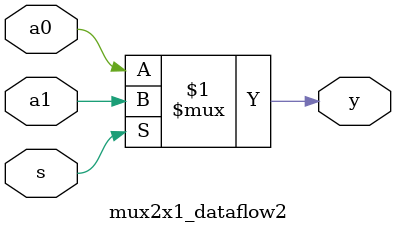
<source format=v>
module mux2x1_dataflow2(y, s, a0, a1);
   input s, a0, a1;
   output y;

   assign y = s ? a1 : a0;

endmodule // mux2x1_dataflow2

</source>
